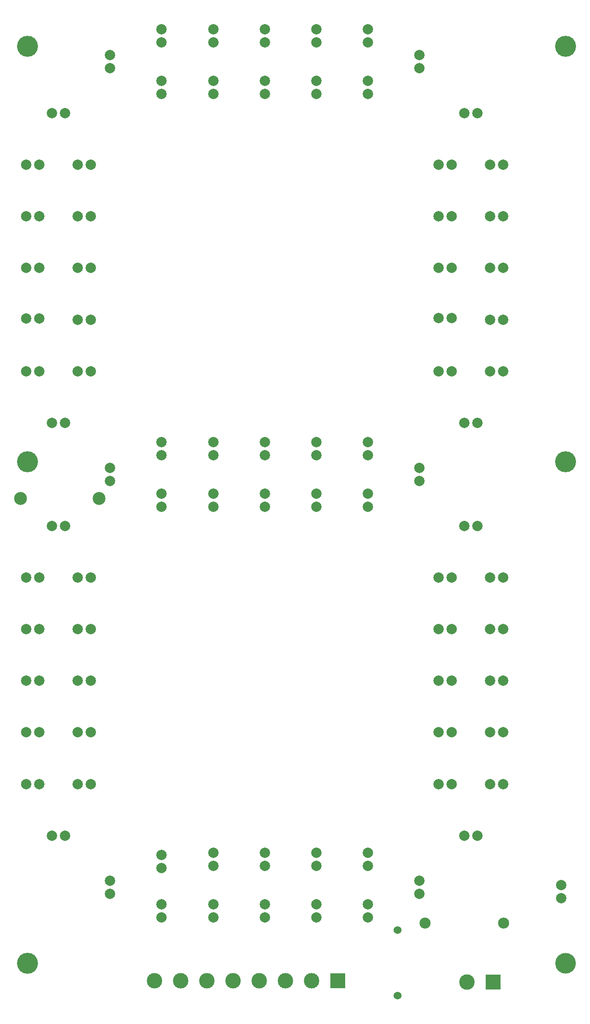
<source format=gtl>
G04 (created by PCBNEW (2013-07-07 BZR 4022)-stable) date 2/5/2016 12:24:55 PM*
%MOIN*%
G04 Gerber Fmt 3.4, Leading zero omitted, Abs format*
%FSLAX34Y34*%
G01*
G70*
G90*
G04 APERTURE LIST*
%ADD10C,0.00590551*%
%ADD11C,0.0787*%
%ADD12C,0.0843701*%
%ADD13C,0.0984252*%
%ADD14C,0.16*%
%ADD15C,0.15748*%
%ADD16R,0.1181X0.1181*%
%ADD17C,0.1181*%
%ADD18C,0.06*%
G04 APERTURE END LIST*
G54D10*
G54D11*
X14638Y-62198D03*
X13638Y-62198D03*
X18575Y-30702D03*
X17575Y-30702D03*
X18575Y-26765D03*
X17575Y-26765D03*
X16607Y-74009D03*
X15607Y-74009D03*
X16607Y-50387D03*
X15607Y-50387D03*
X18575Y-66135D03*
X17575Y-66135D03*
X18575Y-62198D03*
X17575Y-62198D03*
X18575Y-58261D03*
X17575Y-58261D03*
X18575Y-54324D03*
X17575Y-54324D03*
X14638Y-66135D03*
X13638Y-66135D03*
X18575Y-38576D03*
X17575Y-38576D03*
X14638Y-58261D03*
X13638Y-58261D03*
X14638Y-54324D03*
X13638Y-54324D03*
X43666Y-14454D03*
X43666Y-15454D03*
X23981Y-12485D03*
X23981Y-13485D03*
X20044Y-14454D03*
X20044Y-15454D03*
X31855Y-12485D03*
X31855Y-13485D03*
X35792Y-12485D03*
X35792Y-13485D03*
X35792Y-43981D03*
X35792Y-44981D03*
X20044Y-45950D03*
X20044Y-46950D03*
X43666Y-45950D03*
X43666Y-46950D03*
X39729Y-47918D03*
X39729Y-48918D03*
X35792Y-47918D03*
X35792Y-48918D03*
X31855Y-47918D03*
X31855Y-48918D03*
X27918Y-47918D03*
X27918Y-48918D03*
X27918Y-43981D03*
X27918Y-44981D03*
X31855Y-43981D03*
X31855Y-44981D03*
X18575Y-34639D03*
X17575Y-34639D03*
X39729Y-43981D03*
X39729Y-44981D03*
X14638Y-38576D03*
X13638Y-38576D03*
X18575Y-22828D03*
X17575Y-22828D03*
X16607Y-18891D03*
X15607Y-18891D03*
X14638Y-26765D03*
X13638Y-26765D03*
X14638Y-22828D03*
X13638Y-22828D03*
X14638Y-30702D03*
X13638Y-30702D03*
X27918Y-12485D03*
X27918Y-13485D03*
X27918Y-75320D03*
X27918Y-76320D03*
X46134Y-62198D03*
X45134Y-62198D03*
X46134Y-70072D03*
X45134Y-70072D03*
X50071Y-70072D03*
X49071Y-70072D03*
X50071Y-66135D03*
X49071Y-66135D03*
X50071Y-62198D03*
X49071Y-62198D03*
X39729Y-75320D03*
X39729Y-76320D03*
X35792Y-75320D03*
X35792Y-76320D03*
X31855Y-75320D03*
X31855Y-76320D03*
X35792Y-16422D03*
X35792Y-17422D03*
X27918Y-79257D03*
X27918Y-80257D03*
X31855Y-79257D03*
X31855Y-80257D03*
X35792Y-79257D03*
X35792Y-80257D03*
X39729Y-79257D03*
X39729Y-80257D03*
X20044Y-77446D03*
X20044Y-78446D03*
X43666Y-77446D03*
X43666Y-78446D03*
X50071Y-58261D03*
X49071Y-58261D03*
X50071Y-22828D03*
X49071Y-22828D03*
X46134Y-58261D03*
X45134Y-58261D03*
X31855Y-16422D03*
X31855Y-17422D03*
X27918Y-16422D03*
X27918Y-17422D03*
X23981Y-16422D03*
X23981Y-17422D03*
X46134Y-38576D03*
X45134Y-38576D03*
X46134Y-30702D03*
X45134Y-30702D03*
X46134Y-26765D03*
X45134Y-26765D03*
X46134Y-22828D03*
X45134Y-22828D03*
X48103Y-18891D03*
X47103Y-18891D03*
X50071Y-38576D03*
X49071Y-38576D03*
X50071Y-34639D03*
X49071Y-34639D03*
X50071Y-30702D03*
X49071Y-30702D03*
X50071Y-26765D03*
X49071Y-26765D03*
X50071Y-54324D03*
X49071Y-54324D03*
X48103Y-50387D03*
X47103Y-50387D03*
X46134Y-54324D03*
X45134Y-54324D03*
X54500Y-77800D03*
X54500Y-78800D03*
G54D12*
X44100Y-80700D03*
X50100Y-80700D03*
G54D11*
X14638Y-70072D03*
X13638Y-70072D03*
X18575Y-70072D03*
X17575Y-70072D03*
X16607Y-42513D03*
X15607Y-42513D03*
X14638Y-34560D03*
X13638Y-34560D03*
X23981Y-47918D03*
X23981Y-48918D03*
X23981Y-43981D03*
X23981Y-44981D03*
X39729Y-16422D03*
X39729Y-17422D03*
X39729Y-12485D03*
X39729Y-13485D03*
X46134Y-34521D03*
X45134Y-34521D03*
X48103Y-42513D03*
X47103Y-42513D03*
X48103Y-74009D03*
X47103Y-74009D03*
X46134Y-66135D03*
X45134Y-66135D03*
X23981Y-79257D03*
X23981Y-80257D03*
X23981Y-75477D03*
X23981Y-76477D03*
G54D13*
X13200Y-48300D03*
X19200Y-48300D03*
G54D14*
X13750Y-13800D03*
X54850Y-13800D03*
G54D15*
X54850Y-83762D03*
G54D14*
X13750Y-83762D03*
G54D16*
X37450Y-85100D03*
G54D17*
X31450Y-85100D03*
X29450Y-85100D03*
X27450Y-85100D03*
X25450Y-85100D03*
X23450Y-85100D03*
X33450Y-85100D03*
X35450Y-85100D03*
G54D16*
X49300Y-85200D03*
G54D17*
X47300Y-85200D03*
G54D18*
X42000Y-86225D03*
X42000Y-81225D03*
G54D14*
X54850Y-45475D03*
X13750Y-45475D03*
M02*

</source>
